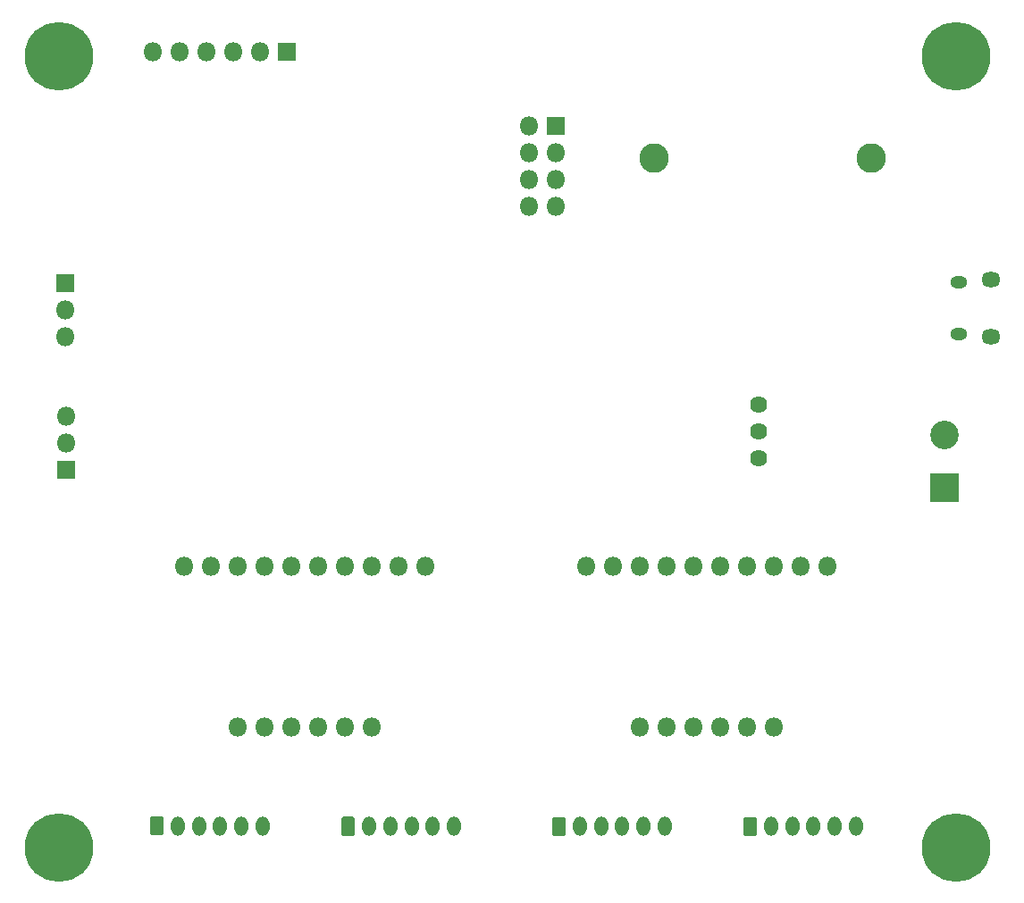
<source format=gbs>
G04 #@! TF.GenerationSoftware,KiCad,Pcbnew,5.1.5+dfsg1-2build2*
G04 #@! TF.CreationDate,2022-03-08T20:12:57-07:00*
G04 #@! TF.ProjectId,rtic_v2,72746963-5f76-4322-9e6b-696361645f70,rev?*
G04 #@! TF.SameCoordinates,Original*
G04 #@! TF.FileFunction,Soldermask,Bot*
G04 #@! TF.FilePolarity,Negative*
%FSLAX46Y46*%
G04 Gerber Fmt 4.6, Leading zero omitted, Abs format (unit mm)*
G04 Created by KiCad (PCBNEW 5.1.5+dfsg1-2build2) date 2022-03-08 20:12:57*
%MOMM*%
%LPD*%
G04 APERTURE LIST*
%ADD10R,1.800000X1.800000*%
%ADD11O,1.800000X1.800000*%
%ADD12C,0.900000*%
%ADD13C,6.500000*%
%ADD14R,2.700000X2.700000*%
%ADD15C,2.700000*%
%ADD16O,1.600000X1.200000*%
%ADD17O,1.800000X1.450000*%
%ADD18O,1.300000X1.850000*%
%ADD19C,0.100000*%
%ADD20C,1.624000*%
%ADD21C,2.800000*%
G04 APERTURE END LIST*
D10*
X97072000Y-60636000D03*
D11*
X94532000Y-60636000D03*
X97072000Y-63176000D03*
X94532000Y-63176000D03*
X97072000Y-65716000D03*
X94532000Y-65716000D03*
X97072000Y-68256000D03*
X94532000Y-68256000D03*
X122811100Y-102405400D03*
X120271100Y-102405400D03*
X117731100Y-102405400D03*
X115191100Y-102405400D03*
X112651100Y-102405400D03*
X110111100Y-102405400D03*
X107571100Y-102405400D03*
X105031100Y-102405400D03*
X102491100Y-102405400D03*
X99951100Y-102405400D03*
X117731100Y-117645400D03*
X115191100Y-117645400D03*
X112651100Y-117645400D03*
X110111100Y-117645400D03*
X107571100Y-117645400D03*
X105031100Y-117645400D03*
X66943800Y-117607300D03*
X69483800Y-117607300D03*
X72023800Y-117607300D03*
X74563800Y-117607300D03*
X77103800Y-117607300D03*
X79643800Y-117607300D03*
X61863800Y-102367300D03*
X64403800Y-102367300D03*
X66943800Y-102367300D03*
X69483800Y-102367300D03*
X72023800Y-102367300D03*
X74563800Y-102367300D03*
X77103800Y-102367300D03*
X79643800Y-102367300D03*
X82183800Y-102367300D03*
X84723800Y-102367300D03*
D12*
X136697056Y-52302944D03*
X135000000Y-51600000D03*
X133302944Y-52302944D03*
X132600000Y-54000000D03*
X133302944Y-55697056D03*
X135000000Y-56400000D03*
X136697056Y-55697056D03*
X137400000Y-54000000D03*
D13*
X135000000Y-54000000D03*
X50000000Y-129000000D03*
D12*
X52400000Y-129000000D03*
X51697056Y-130697056D03*
X50000000Y-131400000D03*
X48302944Y-130697056D03*
X47600000Y-129000000D03*
X48302944Y-127302944D03*
X50000000Y-126600000D03*
X51697056Y-127302944D03*
X51697056Y-52302944D03*
X50000000Y-51600000D03*
X48302944Y-52302944D03*
X47600000Y-54000000D03*
X48302944Y-55697056D03*
X50000000Y-56400000D03*
X51697056Y-55697056D03*
X52400000Y-54000000D03*
D13*
X50000000Y-54000000D03*
X135000000Y-129000000D03*
D12*
X137400000Y-129000000D03*
X136697056Y-130697056D03*
X135000000Y-131400000D03*
X133302944Y-130697056D03*
X132600000Y-129000000D03*
X133302944Y-127302944D03*
X135000000Y-126600000D03*
X136697056Y-127302944D03*
D14*
X133894000Y-94932000D03*
D15*
X133894000Y-89932000D03*
D10*
X71636600Y-53584600D03*
D11*
X69096600Y-53584600D03*
X66556600Y-53584600D03*
X64016600Y-53584600D03*
X61476600Y-53584600D03*
X58936600Y-53584600D03*
D16*
X135301400Y-80324800D03*
X135301400Y-75484800D03*
D17*
X138301400Y-80634800D03*
X138301400Y-75174800D03*
D18*
X69298400Y-126967200D03*
X67298400Y-126967200D03*
X65298400Y-126967200D03*
X63298400Y-126967200D03*
X61298400Y-126967200D03*
D19*
G36*
X59704114Y-126043504D02*
G01*
X59730405Y-126047404D01*
X59756186Y-126053862D01*
X59781211Y-126062816D01*
X59805237Y-126074180D01*
X59828034Y-126087843D01*
X59849382Y-126103676D01*
X59869075Y-126121525D01*
X59886924Y-126141218D01*
X59902757Y-126162566D01*
X59916420Y-126185363D01*
X59927784Y-126209389D01*
X59936738Y-126234414D01*
X59943196Y-126260195D01*
X59947096Y-126286486D01*
X59948400Y-126313032D01*
X59948400Y-127621368D01*
X59947096Y-127647914D01*
X59943196Y-127674205D01*
X59936738Y-127699986D01*
X59927784Y-127725011D01*
X59916420Y-127749037D01*
X59902757Y-127771834D01*
X59886924Y-127793182D01*
X59869075Y-127812875D01*
X59849382Y-127830724D01*
X59828034Y-127846557D01*
X59805237Y-127860220D01*
X59781211Y-127871584D01*
X59756186Y-127880538D01*
X59730405Y-127886996D01*
X59704114Y-127890896D01*
X59677568Y-127892200D01*
X58919232Y-127892200D01*
X58892686Y-127890896D01*
X58866395Y-127886996D01*
X58840614Y-127880538D01*
X58815589Y-127871584D01*
X58791563Y-127860220D01*
X58768766Y-127846557D01*
X58747418Y-127830724D01*
X58727725Y-127812875D01*
X58709876Y-127793182D01*
X58694043Y-127771834D01*
X58680380Y-127749037D01*
X58669016Y-127725011D01*
X58660062Y-127699986D01*
X58653604Y-127674205D01*
X58649704Y-127647914D01*
X58648400Y-127621368D01*
X58648400Y-126313032D01*
X58649704Y-126286486D01*
X58653604Y-126260195D01*
X58660062Y-126234414D01*
X58669016Y-126209389D01*
X58680380Y-126185363D01*
X58694043Y-126162566D01*
X58709876Y-126141218D01*
X58727725Y-126121525D01*
X58747418Y-126103676D01*
X58768766Y-126087843D01*
X58791563Y-126074180D01*
X58815589Y-126062816D01*
X58840614Y-126053862D01*
X58866395Y-126047404D01*
X58892686Y-126043504D01*
X58919232Y-126042200D01*
X59677568Y-126042200D01*
X59704114Y-126043504D01*
G37*
G36*
X77839714Y-126107004D02*
G01*
X77866005Y-126110904D01*
X77891786Y-126117362D01*
X77916811Y-126126316D01*
X77940837Y-126137680D01*
X77963634Y-126151343D01*
X77984982Y-126167176D01*
X78004675Y-126185025D01*
X78022524Y-126204718D01*
X78038357Y-126226066D01*
X78052020Y-126248863D01*
X78063384Y-126272889D01*
X78072338Y-126297914D01*
X78078796Y-126323695D01*
X78082696Y-126349986D01*
X78084000Y-126376532D01*
X78084000Y-127684868D01*
X78082696Y-127711414D01*
X78078796Y-127737705D01*
X78072338Y-127763486D01*
X78063384Y-127788511D01*
X78052020Y-127812537D01*
X78038357Y-127835334D01*
X78022524Y-127856682D01*
X78004675Y-127876375D01*
X77984982Y-127894224D01*
X77963634Y-127910057D01*
X77940837Y-127923720D01*
X77916811Y-127935084D01*
X77891786Y-127944038D01*
X77866005Y-127950496D01*
X77839714Y-127954396D01*
X77813168Y-127955700D01*
X77054832Y-127955700D01*
X77028286Y-127954396D01*
X77001995Y-127950496D01*
X76976214Y-127944038D01*
X76951189Y-127935084D01*
X76927163Y-127923720D01*
X76904366Y-127910057D01*
X76883018Y-127894224D01*
X76863325Y-127876375D01*
X76845476Y-127856682D01*
X76829643Y-127835334D01*
X76815980Y-127812537D01*
X76804616Y-127788511D01*
X76795662Y-127763486D01*
X76789204Y-127737705D01*
X76785304Y-127711414D01*
X76784000Y-127684868D01*
X76784000Y-126376532D01*
X76785304Y-126349986D01*
X76789204Y-126323695D01*
X76795662Y-126297914D01*
X76804616Y-126272889D01*
X76815980Y-126248863D01*
X76829643Y-126226066D01*
X76845476Y-126204718D01*
X76863325Y-126185025D01*
X76883018Y-126167176D01*
X76904366Y-126151343D01*
X76927163Y-126137680D01*
X76951189Y-126126316D01*
X76976214Y-126117362D01*
X77001995Y-126110904D01*
X77028286Y-126107004D01*
X77054832Y-126105700D01*
X77813168Y-126105700D01*
X77839714Y-126107004D01*
G37*
D18*
X79434000Y-127030700D03*
X81434000Y-127030700D03*
X83434000Y-127030700D03*
X85434000Y-127030700D03*
X87434000Y-127030700D03*
D19*
G36*
X97804114Y-126119704D02*
G01*
X97830405Y-126123604D01*
X97856186Y-126130062D01*
X97881211Y-126139016D01*
X97905237Y-126150380D01*
X97928034Y-126164043D01*
X97949382Y-126179876D01*
X97969075Y-126197725D01*
X97986924Y-126217418D01*
X98002757Y-126238766D01*
X98016420Y-126261563D01*
X98027784Y-126285589D01*
X98036738Y-126310614D01*
X98043196Y-126336395D01*
X98047096Y-126362686D01*
X98048400Y-126389232D01*
X98048400Y-127697568D01*
X98047096Y-127724114D01*
X98043196Y-127750405D01*
X98036738Y-127776186D01*
X98027784Y-127801211D01*
X98016420Y-127825237D01*
X98002757Y-127848034D01*
X97986924Y-127869382D01*
X97969075Y-127889075D01*
X97949382Y-127906924D01*
X97928034Y-127922757D01*
X97905237Y-127936420D01*
X97881211Y-127947784D01*
X97856186Y-127956738D01*
X97830405Y-127963196D01*
X97804114Y-127967096D01*
X97777568Y-127968400D01*
X97019232Y-127968400D01*
X96992686Y-127967096D01*
X96966395Y-127963196D01*
X96940614Y-127956738D01*
X96915589Y-127947784D01*
X96891563Y-127936420D01*
X96868766Y-127922757D01*
X96847418Y-127906924D01*
X96827725Y-127889075D01*
X96809876Y-127869382D01*
X96794043Y-127848034D01*
X96780380Y-127825237D01*
X96769016Y-127801211D01*
X96760062Y-127776186D01*
X96753604Y-127750405D01*
X96749704Y-127724114D01*
X96748400Y-127697568D01*
X96748400Y-126389232D01*
X96749704Y-126362686D01*
X96753604Y-126336395D01*
X96760062Y-126310614D01*
X96769016Y-126285589D01*
X96780380Y-126261563D01*
X96794043Y-126238766D01*
X96809876Y-126217418D01*
X96827725Y-126197725D01*
X96847418Y-126179876D01*
X96868766Y-126164043D01*
X96891563Y-126150380D01*
X96915589Y-126139016D01*
X96940614Y-126130062D01*
X96966395Y-126123604D01*
X96992686Y-126119704D01*
X97019232Y-126118400D01*
X97777568Y-126118400D01*
X97804114Y-126119704D01*
G37*
D18*
X99398400Y-127043400D03*
X101398400Y-127043400D03*
X103398400Y-127043400D03*
X105398400Y-127043400D03*
X107398400Y-127043400D03*
X125521300Y-127043400D03*
X123521300Y-127043400D03*
X121521300Y-127043400D03*
X119521300Y-127043400D03*
X117521300Y-127043400D03*
D19*
G36*
X115927014Y-126119704D02*
G01*
X115953305Y-126123604D01*
X115979086Y-126130062D01*
X116004111Y-126139016D01*
X116028137Y-126150380D01*
X116050934Y-126164043D01*
X116072282Y-126179876D01*
X116091975Y-126197725D01*
X116109824Y-126217418D01*
X116125657Y-126238766D01*
X116139320Y-126261563D01*
X116150684Y-126285589D01*
X116159638Y-126310614D01*
X116166096Y-126336395D01*
X116169996Y-126362686D01*
X116171300Y-126389232D01*
X116171300Y-127697568D01*
X116169996Y-127724114D01*
X116166096Y-127750405D01*
X116159638Y-127776186D01*
X116150684Y-127801211D01*
X116139320Y-127825237D01*
X116125657Y-127848034D01*
X116109824Y-127869382D01*
X116091975Y-127889075D01*
X116072282Y-127906924D01*
X116050934Y-127922757D01*
X116028137Y-127936420D01*
X116004111Y-127947784D01*
X115979086Y-127956738D01*
X115953305Y-127963196D01*
X115927014Y-127967096D01*
X115900468Y-127968400D01*
X115142132Y-127968400D01*
X115115586Y-127967096D01*
X115089295Y-127963196D01*
X115063514Y-127956738D01*
X115038489Y-127947784D01*
X115014463Y-127936420D01*
X114991666Y-127922757D01*
X114970318Y-127906924D01*
X114950625Y-127889075D01*
X114932776Y-127869382D01*
X114916943Y-127848034D01*
X114903280Y-127825237D01*
X114891916Y-127801211D01*
X114882962Y-127776186D01*
X114876504Y-127750405D01*
X114872604Y-127724114D01*
X114871300Y-127697568D01*
X114871300Y-126389232D01*
X114872604Y-126362686D01*
X114876504Y-126336395D01*
X114882962Y-126310614D01*
X114891916Y-126285589D01*
X114903280Y-126261563D01*
X114916943Y-126238766D01*
X114932776Y-126217418D01*
X114950625Y-126197725D01*
X114970318Y-126179876D01*
X114991666Y-126164043D01*
X115014463Y-126150380D01*
X115038489Y-126139016D01*
X115063514Y-126130062D01*
X115089295Y-126123604D01*
X115115586Y-126119704D01*
X115142132Y-126118400D01*
X115900468Y-126118400D01*
X115927014Y-126119704D01*
G37*
D20*
X116281200Y-92100400D03*
X116281200Y-89560400D03*
X116281200Y-87020400D03*
D10*
X50622200Y-75488800D03*
D11*
X50622200Y-78028800D03*
X50622200Y-80568800D03*
D21*
X106426000Y-63681001D03*
X127000000Y-63681001D03*
D10*
X50673000Y-93218000D03*
D11*
X50673000Y-90678000D03*
X50673000Y-88138000D03*
M02*

</source>
